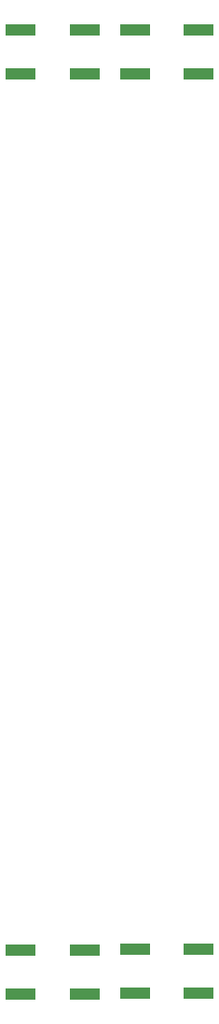
<source format=gbr>
G04 #@! TF.GenerationSoftware,KiCad,Pcbnew,9.0.2*
G04 #@! TF.CreationDate,2025-10-03T15:47:58-04:00*
G04 #@! TF.ProjectId,Trackball,54726163-6b62-4616-9c6c-2e6b69636164,rev?*
G04 #@! TF.SameCoordinates,Original*
G04 #@! TF.FileFunction,Paste,Top*
G04 #@! TF.FilePolarity,Positive*
%FSLAX46Y46*%
G04 Gerber Fmt 4.6, Leading zero omitted, Abs format (unit mm)*
G04 Created by KiCad (PCBNEW 9.0.2) date 2025-10-03 15:47:58*
%MOMM*%
%LPD*%
G01*
G04 APERTURE LIST*
%ADD10R,2.800000X1.000000*%
G04 APERTURE END LIST*
D10*
X182800000Y-62350000D03*
X177000000Y-62350000D03*
X182800000Y-58350000D03*
X177000000Y-58350000D03*
X166600000Y-141664000D03*
X172400000Y-141664000D03*
X166600000Y-145664000D03*
X172400000Y-145664000D03*
X172400000Y-62350000D03*
X166600000Y-62350000D03*
X172400000Y-58350000D03*
X166600000Y-58350000D03*
X177000000Y-141600000D03*
X182800000Y-141600000D03*
X177000000Y-145600000D03*
X182800000Y-145600000D03*
M02*

</source>
